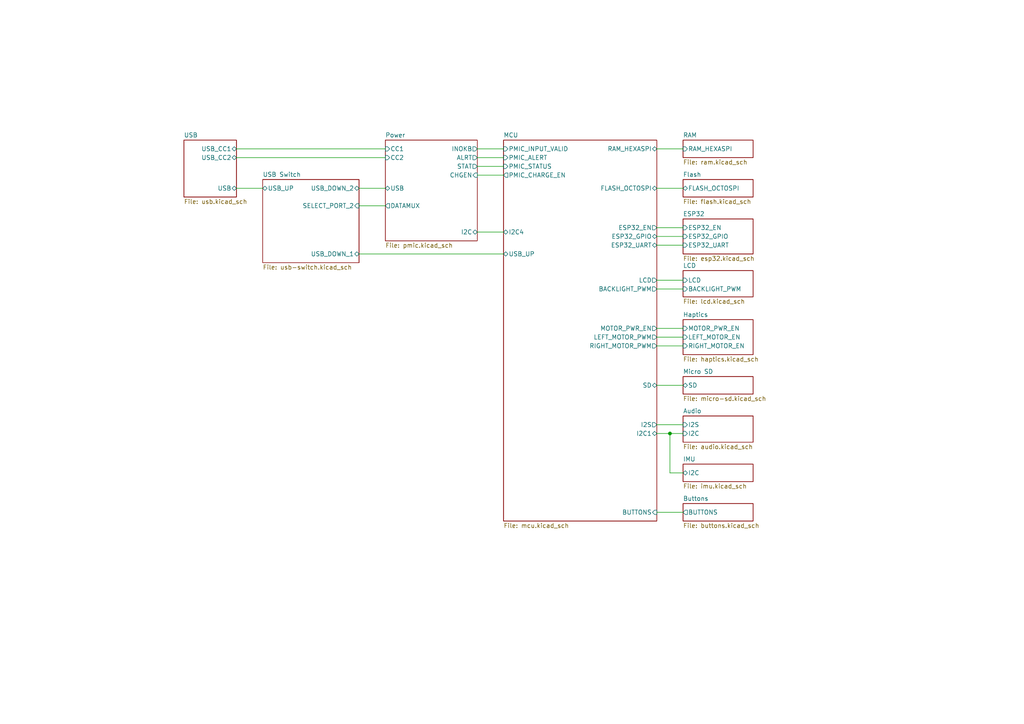
<source format=kicad_sch>
(kicad_sch
	(version 20250114)
	(generator "eeschema")
	(generator_version "9.0")
	(uuid "c621b5fd-2ef7-4a67-960d-0ffc72b1245a")
	(paper "A4")
	(lib_symbols)
	(junction
		(at 194.31 125.73)
		(diameter 0)
		(color 0 0 0 0)
		(uuid "443e5cc4-5077-48ab-834e-6cd5711bdacc")
	)
	(wire
		(pts
			(xy 190.5 66.04) (xy 198.12 66.04)
		)
		(stroke
			(width 0)
			(type default)
		)
		(uuid "03ee5c99-cd89-4e11-bd44-fa6ada073e00")
	)
	(wire
		(pts
			(xy 190.5 81.28) (xy 198.12 81.28)
		)
		(stroke
			(width 0)
			(type default)
		)
		(uuid "0aab963f-e949-418f-8702-c9c29d0f5446")
	)
	(wire
		(pts
			(xy 138.43 50.8) (xy 146.05 50.8)
		)
		(stroke
			(width 0)
			(type default)
		)
		(uuid "10d43d00-1b7d-4a9b-a182-4a9e3e97e82f")
	)
	(wire
		(pts
			(xy 68.58 45.72) (xy 111.76 45.72)
		)
		(stroke
			(width 0)
			(type default)
		)
		(uuid "116ae9c2-7a1f-4a65-aa35-aa630a3587ce")
	)
	(wire
		(pts
			(xy 104.14 73.66) (xy 146.05 73.66)
		)
		(stroke
			(width 0)
			(type default)
		)
		(uuid "1c6ceb35-cd28-44bf-96ab-e6ecc64155df")
	)
	(wire
		(pts
			(xy 190.5 68.58) (xy 198.12 68.58)
		)
		(stroke
			(width 0)
			(type default)
		)
		(uuid "1d3ec0c0-c9c9-43b7-89f0-6f8bd94cb0d5")
	)
	(wire
		(pts
			(xy 138.43 48.26) (xy 146.05 48.26)
		)
		(stroke
			(width 0)
			(type default)
		)
		(uuid "4314eb50-f0c1-4c2f-be8f-53f91df87d99")
	)
	(wire
		(pts
			(xy 190.5 71.12) (xy 198.12 71.12)
		)
		(stroke
			(width 0)
			(type default)
		)
		(uuid "47b99658-4ecd-461e-a0f4-957a1013c27c")
	)
	(wire
		(pts
			(xy 68.58 54.61) (xy 76.2 54.61)
		)
		(stroke
			(width 0)
			(type default)
		)
		(uuid "50756775-3142-4a4f-a8b1-0cb0aa8f6482")
	)
	(wire
		(pts
			(xy 190.5 43.18) (xy 198.12 43.18)
		)
		(stroke
			(width 0)
			(type default)
		)
		(uuid "50baf7cc-02e9-47d8-b062-05514c0dc1d0")
	)
	(wire
		(pts
			(xy 190.5 123.19) (xy 198.12 123.19)
		)
		(stroke
			(width 0)
			(type default)
		)
		(uuid "5e2b5405-35fd-4f2b-ac3d-11a85da882ee")
	)
	(wire
		(pts
			(xy 190.5 125.73) (xy 194.31 125.73)
		)
		(stroke
			(width 0)
			(type default)
		)
		(uuid "67ec97d0-2926-44a5-bc59-30d3187361b0")
	)
	(wire
		(pts
			(xy 190.5 97.79) (xy 198.12 97.79)
		)
		(stroke
			(width 0)
			(type default)
		)
		(uuid "73b0ebf4-2e20-44b3-a249-1b0946fdf23e")
	)
	(wire
		(pts
			(xy 190.5 148.59) (xy 198.12 148.59)
		)
		(stroke
			(width 0)
			(type default)
		)
		(uuid "765bd08c-f6b9-478d-93eb-1750304cb0c9")
	)
	(wire
		(pts
			(xy 190.5 100.33) (xy 198.12 100.33)
		)
		(stroke
			(width 0)
			(type default)
		)
		(uuid "76f8798b-7e67-490b-8d8f-46d591af7b1b")
	)
	(wire
		(pts
			(xy 104.14 54.61) (xy 111.76 54.61)
		)
		(stroke
			(width 0)
			(type default)
		)
		(uuid "835781c5-3035-4069-8cb7-7fbc88aec95b")
	)
	(wire
		(pts
			(xy 190.5 95.25) (xy 198.12 95.25)
		)
		(stroke
			(width 0)
			(type default)
		)
		(uuid "865e7ce2-672c-47e5-8c81-02e52ac82177")
	)
	(wire
		(pts
			(xy 194.31 125.73) (xy 198.12 125.73)
		)
		(stroke
			(width 0)
			(type default)
		)
		(uuid "87bafd39-9313-4dfc-8437-ff5fdba4da58")
	)
	(wire
		(pts
			(xy 104.14 59.69) (xy 111.76 59.69)
		)
		(stroke
			(width 0)
			(type default)
		)
		(uuid "97724fd0-df1f-439c-8ad5-4977a257942a")
	)
	(wire
		(pts
			(xy 194.31 125.73) (xy 194.31 137.16)
		)
		(stroke
			(width 0)
			(type default)
		)
		(uuid "9d62660a-2049-42e4-9ac5-26bf0bd2b922")
	)
	(wire
		(pts
			(xy 68.58 43.18) (xy 111.76 43.18)
		)
		(stroke
			(width 0)
			(type default)
		)
		(uuid "ae653cb4-4ed4-4887-a9e3-0bb03f773777")
	)
	(wire
		(pts
			(xy 190.5 111.76) (xy 198.12 111.76)
		)
		(stroke
			(width 0)
			(type default)
		)
		(uuid "d16472de-c32d-4b1d-8aaa-77343cbb7806")
	)
	(wire
		(pts
			(xy 194.31 137.16) (xy 198.12 137.16)
		)
		(stroke
			(width 0)
			(type default)
		)
		(uuid "d22383d4-f9f3-433c-800a-f70335bc41e5")
	)
	(wire
		(pts
			(xy 190.5 83.82) (xy 198.12 83.82)
		)
		(stroke
			(width 0)
			(type default)
		)
		(uuid "d6807c02-90f5-4cd8-b417-792f2ed41dd4")
	)
	(wire
		(pts
			(xy 138.43 43.18) (xy 146.05 43.18)
		)
		(stroke
			(width 0)
			(type default)
		)
		(uuid "d79f36f9-395d-41ea-bbb3-1c6ce983913c")
	)
	(wire
		(pts
			(xy 190.5 54.61) (xy 198.12 54.61)
		)
		(stroke
			(width 0)
			(type default)
		)
		(uuid "e3a2af52-5c73-43d7-9d37-d2ed3e9e0452")
	)
	(wire
		(pts
			(xy 138.43 67.31) (xy 146.05 67.31)
		)
		(stroke
			(width 0)
			(type default)
		)
		(uuid "e744eec2-b7a3-4f11-aedd-812465f6545d")
	)
	(wire
		(pts
			(xy 138.43 45.72) (xy 146.05 45.72)
		)
		(stroke
			(width 0)
			(type default)
		)
		(uuid "f957a473-7bef-44a6-ad81-cd2f3a89271d")
	)
	(sheet
		(at 198.12 134.62)
		(size 20.32 5.08)
		(exclude_from_sim no)
		(in_bom yes)
		(on_board yes)
		(dnp no)
		(fields_autoplaced yes)
		(stroke
			(width 0.1524)
			(type solid)
		)
		(fill
			(color 0 0 0 0.0000)
		)
		(uuid "04d71d97-5afb-4bae-a39c-935e2e9f31b5")
		(property "Sheetname" "IMU"
			(at 198.12 133.9084 0)
			(effects
				(font
					(size 1.27 1.27)
				)
				(justify left bottom)
			)
		)
		(property "Sheetfile" "imu.kicad_sch"
			(at 198.12 140.2846 0)
			(effects
				(font
					(size 1.27 1.27)
				)
				(justify left top)
			)
		)
		(pin "I2C" bidirectional
			(at 198.12 137.16 180)
			(uuid "f874266d-0234-4a71-87ff-7f7e0996f1c0")
			(effects
				(font
					(size 1.27 1.27)
				)
				(justify left)
			)
		)
		(instances
			(project "main-board"
				(path "/c621b5fd-2ef7-4a67-960d-0ffc72b1245a"
					(page "14")
				)
			)
		)
	)
	(sheet
		(at 198.12 146.05)
		(size 20.32 5.08)
		(exclude_from_sim no)
		(in_bom yes)
		(on_board yes)
		(dnp no)
		(fields_autoplaced yes)
		(stroke
			(width 0.1524)
			(type solid)
		)
		(fill
			(color 0 0 0 0.0000)
		)
		(uuid "076a837f-e9ff-466e-8c19-d23924acfe16")
		(property "Sheetname" "Buttons"
			(at 198.12 145.3384 0)
			(effects
				(font
					(size 1.27 1.27)
				)
				(justify left bottom)
			)
		)
		(property "Sheetfile" "buttons.kicad_sch"
			(at 198.12 151.7146 0)
			(effects
				(font
					(size 1.27 1.27)
				)
				(justify left top)
			)
		)
		(pin "BUTTONS" output
			(at 198.12 148.59 180)
			(uuid "8c748372-fbcd-4c6a-b040-cd2fbac8c2ed")
			(effects
				(font
					(size 1.27 1.27)
				)
				(justify left)
			)
		)
		(instances
			(project "main-board"
				(path "/c621b5fd-2ef7-4a67-960d-0ffc72b1245a"
					(page "14")
				)
			)
		)
	)
	(sheet
		(at 198.12 78.486)
		(size 20.32 7.62)
		(exclude_from_sim no)
		(in_bom yes)
		(on_board yes)
		(dnp no)
		(fields_autoplaced yes)
		(stroke
			(width 0.1524)
			(type solid)
		)
		(fill
			(color 0 0 0 0.0000)
		)
		(uuid "295cf080-cb0b-4f37-9a57-f3f4472bf120")
		(property "Sheetname" "LCD"
			(at 198.12 77.7744 0)
			(effects
				(font
					(size 1.27 1.27)
				)
				(justify left bottom)
			)
		)
		(property "Sheetfile" "lcd.kicad_sch"
			(at 198.12 86.6906 0)
			(effects
				(font
					(size 1.27 1.27)
				)
				(justify left top)
			)
		)
		(pin "BACKLIGHT_PWM" input
			(at 198.12 83.82 180)
			(uuid "d90ef942-40e1-42e8-80ea-7db4644009b2")
			(effects
				(font
					(size 1.27 1.27)
				)
				(justify left)
			)
		)
		(pin "LCD" input
			(at 198.12 81.28 180)
			(uuid "894fbbc6-0564-4060-96a7-11fc52be0ec9")
			(effects
				(font
					(size 1.27 1.27)
				)
				(justify left)
			)
		)
		(instances
			(project "main-board"
				(path "/c621b5fd-2ef7-4a67-960d-0ffc72b1245a"
					(page "10")
				)
			)
		)
	)
	(sheet
		(at 198.12 109.22)
		(size 20.32 5.08)
		(exclude_from_sim no)
		(in_bom yes)
		(on_board yes)
		(dnp no)
		(fields_autoplaced yes)
		(stroke
			(width 0.1524)
			(type solid)
		)
		(fill
			(color 0 0 0 0.0000)
		)
		(uuid "78e3df9a-9d0e-4599-9dc1-8d07bc071d30")
		(property "Sheetname" "Micro SD"
			(at 198.12 108.5084 0)
			(effects
				(font
					(size 1.27 1.27)
				)
				(justify left bottom)
			)
		)
		(property "Sheetfile" "micro-sd.kicad_sch"
			(at 198.12 114.8846 0)
			(effects
				(font
					(size 1.27 1.27)
				)
				(justify left top)
			)
		)
		(pin "SD" bidirectional
			(at 198.12 111.76 180)
			(uuid "b39094dd-2ac2-495c-9f87-5761d4a74844")
			(effects
				(font
					(size 1.27 1.27)
				)
				(justify left)
			)
		)
		(instances
			(project "main-board"
				(path "/c621b5fd-2ef7-4a67-960d-0ffc72b1245a"
					(page "14")
				)
			)
		)
	)
	(sheet
		(at 111.76 40.64)
		(size 26.67 29.21)
		(exclude_from_sim no)
		(in_bom yes)
		(on_board yes)
		(dnp no)
		(fields_autoplaced yes)
		(stroke
			(width 0.1524)
			(type solid)
		)
		(fill
			(color 0 0 0 0.0000)
		)
		(uuid "8c4d5296-af08-4575-a315-f8c9eefb13c6")
		(property "Sheetname" "Power"
			(at 111.76 39.9284 0)
			(effects
				(font
					(size 1.27 1.27)
				)
				(justify left bottom)
			)
		)
		(property "Sheetfile" "pmic.kicad_sch"
			(at 111.76 70.4346 0)
			(effects
				(font
					(size 1.27 1.27)
				)
				(justify left top)
			)
		)
		(pin "USB" bidirectional
			(at 111.76 54.61 180)
			(uuid "b94babc7-3702-4ee3-843c-7a441c0aa1e4")
			(effects
				(font
					(size 1.27 1.27)
				)
				(justify left)
			)
		)
		(pin "ALRT" output
			(at 138.43 45.72 0)
			(uuid "0d64de11-5aab-4892-adef-df9e87e27396")
			(effects
				(font
					(size 1.27 1.27)
				)
				(justify right)
			)
		)
		(pin "CC1" input
			(at 111.76 43.18 180)
			(uuid "7f972be8-897b-4c70-9e58-01fedbaafbda")
			(effects
				(font
					(size 1.27 1.27)
				)
				(justify left)
			)
		)
		(pin "CC2" input
			(at 111.76 45.72 180)
			(uuid "8e592433-417f-4987-8fba-7d2f8adcc9d3")
			(effects
				(font
					(size 1.27 1.27)
				)
				(justify left)
			)
		)
		(pin "CHGEN" input
			(at 138.43 50.8 0)
			(uuid "1055b194-ba23-4df1-8ad0-7580b62b0783")
			(effects
				(font
					(size 1.27 1.27)
				)
				(justify right)
			)
		)
		(pin "DATAMUX" output
			(at 111.76 59.69 180)
			(uuid "fc5007e4-5b4d-485b-867c-019e509364b0")
			(effects
				(font
					(size 1.27 1.27)
				)
				(justify left)
			)
		)
		(pin "I2C" bidirectional
			(at 138.43 67.31 0)
			(uuid "fdd5fadb-4111-4491-8981-48118e440bc4")
			(effects
				(font
					(size 1.27 1.27)
				)
				(justify right)
			)
		)
		(pin "INOKB" output
			(at 138.43 43.18 0)
			(uuid "343c7a0b-0d67-40d3-a0f4-ed701186fb69")
			(effects
				(font
					(size 1.27 1.27)
				)
				(justify right)
			)
		)
		(pin "STAT" output
			(at 138.43 48.26 0)
			(uuid "735f8339-5d2b-46d1-b553-36407dc22e25")
			(effects
				(font
					(size 1.27 1.27)
				)
				(justify right)
			)
		)
		(instances
			(project "main-board"
				(path "/c621b5fd-2ef7-4a67-960d-0ffc72b1245a"
					(page "7")
				)
			)
		)
	)
	(sheet
		(at 198.12 120.65)
		(size 20.32 7.62)
		(exclude_from_sim no)
		(in_bom yes)
		(on_board yes)
		(dnp no)
		(fields_autoplaced yes)
		(stroke
			(width 0.1524)
			(type solid)
		)
		(fill
			(color 0 0 0 0.0000)
		)
		(uuid "8dfb54cf-5d20-4131-8758-426624cc9a00")
		(property "Sheetname" "Audio"
			(at 198.12 119.9384 0)
			(effects
				(font
					(size 1.27 1.27)
				)
				(justify left bottom)
			)
		)
		(property "Sheetfile" "audio.kicad_sch"
			(at 198.12 128.8546 0)
			(effects
				(font
					(size 1.27 1.27)
				)
				(justify left top)
			)
		)
		(pin "I2C" input
			(at 198.12 125.73 180)
			(uuid "c5d13c57-a437-4d71-b071-414d01fd31b9")
			(effects
				(font
					(size 1.27 1.27)
				)
				(justify left)
			)
		)
		(pin "I2S" input
			(at 198.12 123.19 180)
			(uuid "7572d8c6-ca3b-4859-8235-47a0a98c8233")
			(effects
				(font
					(size 1.27 1.27)
				)
				(justify left)
			)
		)
		(instances
			(project "main-board"
				(path "/c621b5fd-2ef7-4a67-960d-0ffc72b1245a"
					(page "11")
				)
			)
		)
	)
	(sheet
		(at 198.12 63.5)
		(size 20.32 10.16)
		(exclude_from_sim no)
		(in_bom yes)
		(on_board yes)
		(dnp no)
		(fields_autoplaced yes)
		(stroke
			(width 0.1524)
			(type solid)
		)
		(fill
			(color 0 0 0 0.0000)
		)
		(uuid "9604ec8b-dd8b-4641-a93a-60fcfb624c0c")
		(property "Sheetname" "ESP32"
			(at 198.12 62.7884 0)
			(effects
				(font
					(size 1.27 1.27)
				)
				(justify left bottom)
			)
		)
		(property "Sheetfile" "esp32.kicad_sch"
			(at 198.12 74.2446 0)
			(effects
				(font
					(size 1.27 1.27)
				)
				(justify left top)
			)
		)
		(pin "ESP32_EN" input
			(at 198.12 66.04 180)
			(uuid "1fffde49-f4d7-440b-b198-5d557acadc73")
			(effects
				(font
					(size 1.27 1.27)
				)
				(justify left)
			)
		)
		(pin "ESP32_GPIO" input
			(at 198.12 68.58 180)
			(uuid "3f23abf3-11db-4aab-a241-342b440ec16f")
			(effects
				(font
					(size 1.27 1.27)
				)
				(justify left)
			)
		)
		(pin "ESP32_UART" input
			(at 198.12 71.12 180)
			(uuid "a3ef2416-58f1-4b3a-abea-556092dc8360")
			(effects
				(font
					(size 1.27 1.27)
				)
				(justify left)
			)
		)
		(instances
			(project "main-board"
				(path "/c621b5fd-2ef7-4a67-960d-0ffc72b1245a"
					(page "9")
				)
			)
		)
	)
	(sheet
		(at 198.12 52.07)
		(size 20.32 5.08)
		(exclude_from_sim no)
		(in_bom yes)
		(on_board yes)
		(dnp no)
		(fields_autoplaced yes)
		(stroke
			(width 0.1524)
			(type solid)
		)
		(fill
			(color 0 0 0 0.0000)
		)
		(uuid "9d6b7d90-1b90-495d-8745-003070f7d46f")
		(property "Sheetname" "Flash"
			(at 198.12 51.3584 0)
			(effects
				(font
					(size 1.27 1.27)
				)
				(justify left bottom)
			)
		)
		(property "Sheetfile" "flash.kicad_sch"
			(at 198.12 57.7346 0)
			(effects
				(font
					(size 1.27 1.27)
				)
				(justify left top)
			)
		)
		(pin "FLASH_OCTOSPI" bidirectional
			(at 198.12 54.61 180)
			(uuid "3bb25549-026b-4f1d-9dc2-b6018f3d82c2")
			(effects
				(font
					(size 1.27 1.27)
				)
				(justify left)
			)
		)
		(instances
			(project "main-board"
				(path "/c621b5fd-2ef7-4a67-960d-0ffc72b1245a"
					(page "6")
				)
			)
		)
	)
	(sheet
		(at 146.05 40.64)
		(size 44.45 110.49)
		(exclude_from_sim no)
		(in_bom yes)
		(on_board yes)
		(dnp no)
		(fields_autoplaced yes)
		(stroke
			(width 0.1524)
			(type solid)
		)
		(fill
			(color 0 0 0 0.0000)
		)
		(uuid "a0073eb1-555a-4a62-81b2-64c1d0159ae7")
		(property "Sheetname" "MCU"
			(at 146.05 39.9284 0)
			(effects
				(font
					(size 1.27 1.27)
				)
				(justify left bottom)
			)
		)
		(property "Sheetfile" "mcu.kicad_sch"
			(at 146.05 151.7146 0)
			(effects
				(font
					(size 1.27 1.27)
				)
				(justify left top)
			)
		)
		(pin "RAM_HEXASPI" bidirectional
			(at 190.5 43.18 0)
			(uuid "2bed4133-f09e-4a24-8231-a96ee4e30c69")
			(effects
				(font
					(size 1.27 1.27)
				)
				(justify right)
			)
		)
		(pin "FLASH_OCTOSPI" bidirectional
			(at 190.5 54.61 0)
			(uuid "f9549a6c-c6ee-45c1-b293-fc7b00f9e86a")
			(effects
				(font
					(size 1.27 1.27)
				)
				(justify right)
			)
		)
		(pin "USB_UP" bidirectional
			(at 146.05 73.66 180)
			(uuid "909dfbf3-e78e-44c2-b625-34ebdf2c05fc")
			(effects
				(font
					(size 1.27 1.27)
				)
				(justify left)
			)
		)
		(pin "LCD" output
			(at 190.5 81.28 0)
			(uuid "dd8e2ee7-01bd-4a02-82c4-904abf921471")
			(effects
				(font
					(size 1.27 1.27)
				)
				(justify right)
			)
		)
		(pin "BACKLIGHT_PWM" output
			(at 190.5 83.82 0)
			(uuid "52545f3d-133b-413e-8fdd-aad337400c37")
			(effects
				(font
					(size 1.27 1.27)
				)
				(justify right)
			)
		)
		(pin "ESP32_GPIO" bidirectional
			(at 190.5 68.58 0)
			(uuid "1f35207e-29f6-4698-ac0e-bcf71bb5f8c4")
			(effects
				(font
					(size 1.27 1.27)
				)
				(justify right)
			)
		)
		(pin "ESP32_UART" bidirectional
			(at 190.5 71.12 0)
			(uuid "58571ef3-0f44-43a4-8ac4-9aa0619f0cc9")
			(effects
				(font
					(size 1.27 1.27)
				)
				(justify right)
			)
		)
		(pin "ESP32_EN" output
			(at 190.5 66.04 0)
			(uuid "1983e63a-0bec-4d32-9ed3-3fefe650a768")
			(effects
				(font
					(size 1.27 1.27)
				)
				(justify right)
			)
		)
		(pin "LEFT_MOTOR_PWM" output
			(at 190.5 97.79 0)
			(uuid "f4f1ee91-4e99-4cc0-9e83-89bf6b8a87fa")
			(effects
				(font
					(size 1.27 1.27)
				)
				(justify right)
			)
		)
		(pin "MOTOR_PWR_EN" output
			(at 190.5 95.25 0)
			(uuid "f206de04-391e-4b06-8b49-a9bb4ff4c5a7")
			(effects
				(font
					(size 1.27 1.27)
				)
				(justify right)
			)
		)
		(pin "RIGHT_MOTOR_PWM" output
			(at 190.5 100.33 0)
			(uuid "d48900ba-c2f0-455c-aef1-60de83a6d6fc")
			(effects
				(font
					(size 1.27 1.27)
				)
				(justify right)
			)
		)
		(pin "I2S" output
			(at 190.5 123.19 0)
			(uuid "86f0150d-ae53-47a7-845b-6be7966732da")
			(effects
				(font
					(size 1.27 1.27)
				)
				(justify right)
			)
		)
		(pin "SD" bidirectional
			(at 190.5 111.76 0)
			(uuid "3722e8fd-debf-49a1-b60a-6d35f299c4cd")
			(effects
				(font
					(size 1.27 1.27)
				)
				(justify right)
			)
		)
		(pin "I2C1" bidirectional
			(at 190.5 125.73 0)
			(uuid "5863f955-f273-4e8c-b269-2743b0a5d7fa")
			(effects
				(font
					(size 1.27 1.27)
				)
				(justify right)
			)
		)
		(pin "I2C4" bidirectional
			(at 146.05 67.31 180)
			(uuid "018d30be-d99f-4968-9f67-10bcdd9c2df7")
			(effects
				(font
					(size 1.27 1.27)
				)
				(justify left)
			)
		)
		(pin "BUTTONS" input
			(at 190.5 148.59 0)
			(uuid "635c7067-87b7-4e6c-9723-c1952460ea81")
			(effects
				(font
					(size 1.27 1.27)
				)
				(justify right)
			)
		)
		(pin "PMIC_ALERT" input
			(at 146.05 45.72 180)
			(uuid "0782fe00-e432-408a-a18a-91cce50ee205")
			(effects
				(font
					(size 1.27 1.27)
				)
				(justify left)
			)
		)
		(pin "PMIC_CHARGE_EN" output
			(at 146.05 50.8 180)
			(uuid "55ac3ceb-060c-4294-9dcd-a1693ed08570")
			(effects
				(font
					(size 1.27 1.27)
				)
				(justify left)
			)
		)
		(pin "PMIC_INPUT_VALID" input
			(at 146.05 43.18 180)
			(uuid "6a47366d-16bd-49c5-9bbb-e7800c9bcd4f")
			(effects
				(font
					(size 1.27 1.27)
				)
				(justify left)
			)
		)
		(pin "PMIC_STATUS" input
			(at 146.05 48.26 180)
			(uuid "aa6e9f08-298c-4dc6-9344-c11933220a97")
			(effects
				(font
					(size 1.27 1.27)
				)
				(justify left)
			)
		)
		(instances
			(project "main-board"
				(path "/c621b5fd-2ef7-4a67-960d-0ffc72b1245a"
					(page "4")
				)
			)
		)
	)
	(sheet
		(at 198.12 40.64)
		(size 20.32 5.08)
		(exclude_from_sim no)
		(in_bom yes)
		(on_board yes)
		(dnp no)
		(fields_autoplaced yes)
		(stroke
			(width 0.1524)
			(type solid)
		)
		(fill
			(color 0 0 0 0.0000)
		)
		(uuid "a4a3f1ff-d673-4de4-9dae-3d1051c84f77")
		(property "Sheetname" "RAM"
			(at 198.12 39.9284 0)
			(effects
				(font
					(size 1.27 1.27)
				)
				(justify left bottom)
			)
		)
		(property "Sheetfile" "ram.kicad_sch"
			(at 198.12 46.3046 0)
			(effects
				(font
					(size 1.27 1.27)
				)
				(justify left top)
			)
		)
		(pin "RAM_HEXASPI" input
			(at 198.12 43.18 180)
			(uuid "9ff3325f-f772-4e62-a018-b3b8db59ad85")
			(effects
				(font
					(size 1.27 1.27)
				)
				(justify left)
			)
		)
		(instances
			(project "main-board"
				(path "/c621b5fd-2ef7-4a67-960d-0ffc72b1245a"
					(page "5")
				)
			)
		)
	)
	(sheet
		(at 76.2 52.07)
		(size 27.94 24.13)
		(exclude_from_sim no)
		(in_bom yes)
		(on_board yes)
		(dnp no)
		(fields_autoplaced yes)
		(stroke
			(width 0.1524)
			(type solid)
		)
		(fill
			(color 0 0 0 0.0000)
		)
		(uuid "a8fc3290-2c1b-45f6-84c7-bf573b237fec")
		(property "Sheetname" "USB Switch"
			(at 76.2 51.3584 0)
			(effects
				(font
					(size 1.27 1.27)
				)
				(justify left bottom)
			)
		)
		(property "Sheetfile" "usb-switch.kicad_sch"
			(at 76.2 76.7846 0)
			(effects
				(font
					(size 1.27 1.27)
				)
				(justify left top)
			)
		)
		(pin "SELECT_PORT_2" input
			(at 104.14 59.69 0)
			(uuid "9bbd0988-e195-461a-9d40-f8de9b342442")
			(effects
				(font
					(size 1.27 1.27)
				)
				(justify right)
			)
		)
		(pin "USB_DOWN_1" bidirectional
			(at 104.14 73.66 0)
			(uuid "0fa2fb7e-a3e8-4272-a99c-4e63512748c9")
			(effects
				(font
					(size 1.27 1.27)
				)
				(justify right)
			)
		)
		(pin "USB_DOWN_2" bidirectional
			(at 104.14 54.61 0)
			(uuid "32401f8f-033b-44ca-86ae-421e9640c7b7")
			(effects
				(font
					(size 1.27 1.27)
				)
				(justify right)
			)
		)
		(pin "USB_UP" bidirectional
			(at 76.2 54.61 180)
			(uuid "1aba9822-a3eb-4bb3-94ec-ba02fb6e2e03")
			(effects
				(font
					(size 1.27 1.27)
				)
				(justify left)
			)
		)
		(instances
			(project "main-board"
				(path "/c621b5fd-2ef7-4a67-960d-0ffc72b1245a"
					(page "8")
				)
			)
		)
	)
	(sheet
		(at 198.12 92.71)
		(size 20.32 10.16)
		(exclude_from_sim no)
		(in_bom yes)
		(on_board yes)
		(dnp no)
		(fields_autoplaced yes)
		(stroke
			(width 0.1524)
			(type solid)
		)
		(fill
			(color 0 0 0 0.0000)
		)
		(uuid "ad680993-3156-41a9-bb71-e4719f61fa1c")
		(property "Sheetname" "Haptics"
			(at 198.12 91.9984 0)
			(effects
				(font
					(size 1.27 1.27)
				)
				(justify left bottom)
			)
		)
		(property "Sheetfile" "haptics.kicad_sch"
			(at 198.12 103.4546 0)
			(effects
				(font
					(size 1.27 1.27)
				)
				(justify left top)
			)
		)
		(pin "LEFT_MOTOR_EN" input
			(at 198.12 97.79 180)
			(uuid "a37f639a-396b-4eec-99cb-09121ed446e3")
			(effects
				(font
					(size 1.27 1.27)
				)
				(justify left)
			)
		)
		(pin "MOTOR_PWR_EN" input
			(at 198.12 95.25 180)
			(uuid "f690055a-513e-4036-baf5-1b14ce0ac9a1")
			(effects
				(font
					(size 1.27 1.27)
				)
				(justify left)
			)
		)
		(pin "RIGHT_MOTOR_EN" input
			(at 198.12 100.33 180)
			(uuid "76d4cb53-9e31-4033-a2fb-3cfbb111ebc6")
			(effects
				(font
					(size 1.27 1.27)
				)
				(justify left)
			)
		)
		(instances
			(project "main-board"
				(path "/c621b5fd-2ef7-4a67-960d-0ffc72b1245a"
					(page "12")
				)
			)
		)
	)
	(sheet
		(at 53.34 40.64)
		(size 15.24 16.51)
		(exclude_from_sim no)
		(in_bom yes)
		(on_board yes)
		(dnp no)
		(fields_autoplaced yes)
		(stroke
			(width 0.1524)
			(type solid)
		)
		(fill
			(color 0 0 0 0.0000)
		)
		(uuid "d69ad104-b7d7-4317-8438-c35158ce58f7")
		(property "Sheetname" "USB"
			(at 53.34 39.9284 0)
			(effects
				(font
					(size 1.27 1.27)
				)
				(justify left bottom)
			)
		)
		(property "Sheetfile" "usb.kicad_sch"
			(at 53.34 57.7346 0)
			(effects
				(font
					(size 1.27 1.27)
				)
				(justify left top)
			)
		)
		(pin "USB" bidirectional
			(at 68.58 54.61 0)
			(uuid "e84e02e5-a5cc-47fa-9730-58c1a917f3c0")
			(effects
				(font
					(size 1.27 1.27)
				)
				(justify right)
			)
		)
		(pin "USB_CC1" bidirectional
			(at 68.58 43.18 0)
			(uuid "28bdc3cd-ab7a-4fa1-9658-75e8081b29ab")
			(effects
				(font
					(size 1.27 1.27)
				)
				(justify right)
			)
		)
		(pin "USB_CC2" bidirectional
			(at 68.58 45.72 0)
			(uuid "5589e226-b466-4f30-a642-0f601c8a0768")
			(effects
				(font
					(size 1.27 1.27)
				)
				(justify right)
			)
		)
		(instances
			(project "main-board"
				(path "/c621b5fd-2ef7-4a67-960d-0ffc72b1245a"
					(page "13")
				)
			)
		)
	)
	(sheet_instances
		(path "/"
			(page "1")
		)
	)
	(embedded_fonts no)
)

</source>
